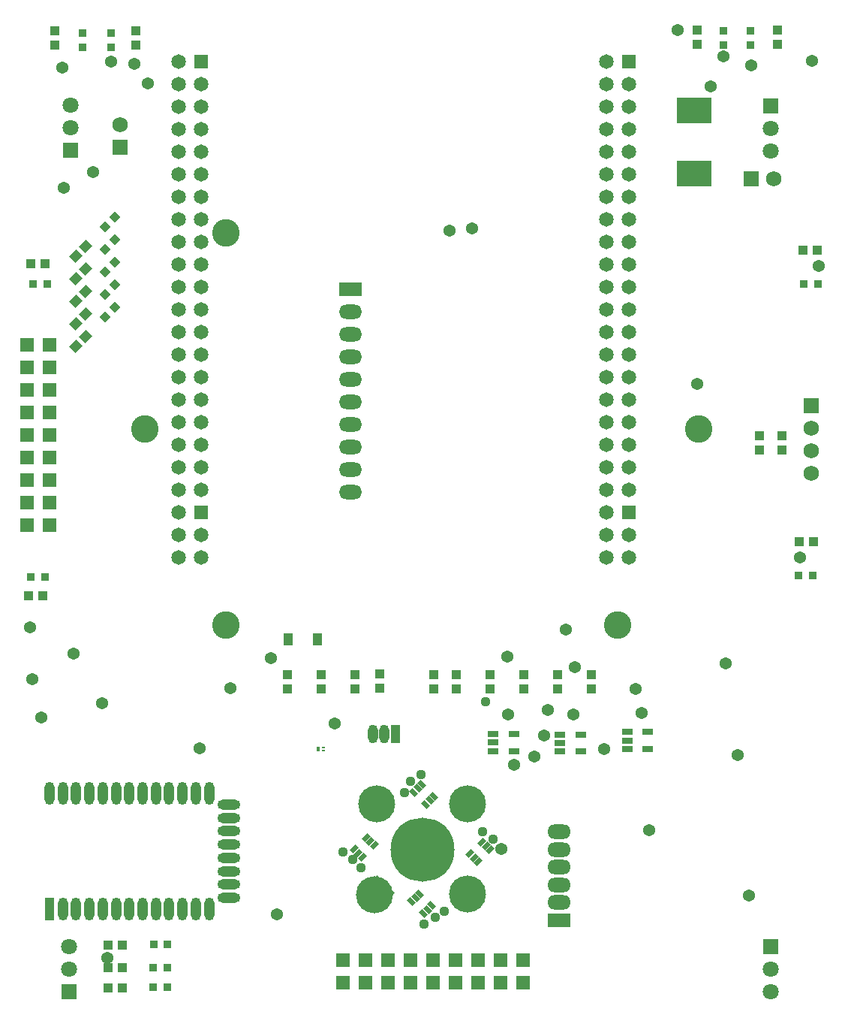
<source format=gts>
%FSLAX25Y25*%
%MOIN*%
G70*
G01*
G75*
G04 Layer_Color=8388736*
%ADD10R,0.03740X0.03937*%
%ADD11P,0.04454X4X90.0*%
G04:AMPARAMS|DCode=12|XSize=37.4mil|YSize=39.37mil|CornerRadius=0mil|HoleSize=0mil|Usage=FLASHONLY|Rotation=315.000|XOffset=0mil|YOffset=0mil|HoleType=Round|Shape=Rectangle|*
%AMROTATEDRECTD12*
4,1,4,-0.02714,-0.00070,0.00070,0.02714,0.02714,0.00070,-0.00070,-0.02714,-0.02714,-0.00070,0.0*
%
%ADD12ROTATEDRECTD12*%

%ADD13R,0.04200X0.02500*%
G04:AMPARAMS|DCode=14|XSize=106.3mil|YSize=62.99mil|CornerRadius=0mil|HoleSize=0mil|Usage=FLASHONLY|Rotation=225.000|XOffset=0mil|YOffset=0mil|HoleType=Round|Shape=Rectangle|*
%AMROTATEDRECTD14*
4,1,4,0.01531,0.05985,0.05985,0.01531,-0.01531,-0.05985,-0.05985,-0.01531,0.01531,0.05985,0.0*
%
%ADD14ROTATEDRECTD14*%

G04:AMPARAMS|DCode=15|XSize=106.3mil|YSize=62.99mil|CornerRadius=0mil|HoleSize=0mil|Usage=FLASHONLY|Rotation=315.000|XOffset=0mil|YOffset=0mil|HoleType=Round|Shape=Rectangle|*
%AMROTATEDRECTD15*
4,1,4,-0.05985,0.01531,-0.01531,0.05985,0.05985,-0.01531,0.01531,-0.05985,-0.05985,0.01531,0.0*
%
%ADD15ROTATEDRECTD15*%

G04:AMPARAMS|DCode=16|XSize=15.75mil|YSize=33.47mil|CornerRadius=0mil|HoleSize=0mil|Usage=FLASHONLY|Rotation=135.000|XOffset=0mil|YOffset=0mil|HoleType=Round|Shape=Rectangle|*
%AMROTATEDRECTD16*
4,1,4,0.01740,0.00626,-0.00626,-0.01740,-0.01740,-0.00626,0.00626,0.01740,0.01740,0.00626,0.0*
%
%ADD16ROTATEDRECTD16*%

G04:AMPARAMS|DCode=17|XSize=15.75mil|YSize=33.47mil|CornerRadius=0mil|HoleSize=0mil|Usage=FLASHONLY|Rotation=225.000|XOffset=0mil|YOffset=0mil|HoleType=Round|Shape=Rectangle|*
%AMROTATEDRECTD17*
4,1,4,-0.00626,0.01740,0.01740,-0.00626,0.00626,-0.01740,-0.01740,0.00626,-0.00626,0.01740,0.0*
%
%ADD17ROTATEDRECTD17*%

%ADD18R,0.04331X0.02559*%
%ADD19R,0.03150X0.03150*%
%ADD20O,0.03937X0.09843*%
%ADD21O,0.09843X0.03937*%
%ADD22R,0.03937X0.09843*%
%ADD23R,0.03150X0.03150*%
%ADD24R,0.03937X0.03740*%
%ADD25R,0.03602X0.04803*%
%ADD26R,0.15000X0.11000*%
%ADD27R,0.01024X0.00630*%
%ADD28R,0.01024X0.02008*%
%ADD29C,0.01500*%
%ADD30C,0.02000*%
%ADD31C,0.07500*%
%ADD32C,0.04000*%
%ADD33C,0.03000*%
%ADD34C,0.02500*%
%ADD35C,0.05000*%
%ADD36C,0.01000*%
%ADD37C,0.10000*%
%ADD38C,0.11800*%
%ADD39R,0.06496X0.06496*%
%ADD40C,0.06496*%
%ADD41O,0.10000X0.06000*%
%ADD42R,0.10000X0.05500*%
%ADD43R,0.06693X0.06693*%
%ADD44C,0.06693*%
%ADD45R,0.06496X0.06496*%
%ADD46C,0.28000*%
%ADD47R,0.04000X0.07874*%
%ADD48O,0.04000X0.07874*%
%ADD49O,0.03937X0.07874*%
%ADD50O,0.09843X0.06000*%
%ADD51R,0.09843X0.06000*%
%ADD52C,0.16000*%
%ADD53R,0.06000X0.06000*%
%ADD54R,0.06000X0.06000*%
%ADD55C,0.04000*%
%ADD56C,0.05000*%
%ADD57C,0.04500*%
%ADD58C,0.00984*%
%ADD59C,0.01181*%
%ADD60C,0.00787*%
%ADD61C,0.00700*%
%ADD62C,0.00800*%
G04:AMPARAMS|DCode=63|XSize=19.69mil|YSize=62.99mil|CornerRadius=0mil|HoleSize=0mil|Usage=FLASHONLY|Rotation=45.000|XOffset=0mil|YOffset=0mil|HoleType=Round|Shape=Rectangle|*
%AMROTATEDRECTD63*
4,1,4,0.01531,-0.02923,-0.02923,0.01531,-0.01531,0.02923,0.02923,-0.01531,0.01531,-0.02923,0.0*
%
%ADD63ROTATEDRECTD63*%

%ADD64R,0.01000X0.11000*%
%ADD65R,0.10350X0.01000*%
%ADD66R,0.03000X0.01500*%
%ADD67R,0.01500X0.03000*%
%ADD68R,0.01968X0.06299*%
%ADD69R,0.06299X0.01969*%
%ADD70R,0.02000X0.09200*%
%ADD71R,0.24700X0.02000*%
%ADD72R,0.01969X0.06299*%
%ADD73R,0.06299X0.01968*%
%ADD74R,0.04140X0.04337*%
%ADD75P,0.05020X4X90.0*%
G04:AMPARAMS|DCode=76|XSize=41.4mil|YSize=43.37mil|CornerRadius=0mil|HoleSize=0mil|Usage=FLASHONLY|Rotation=315.000|XOffset=0mil|YOffset=0mil|HoleType=Round|Shape=Rectangle|*
%AMROTATEDRECTD76*
4,1,4,-0.02997,-0.00070,0.00070,0.02997,0.02997,0.00070,-0.00070,-0.02997,-0.02997,-0.00070,0.0*
%
%ADD76ROTATEDRECTD76*%

%ADD77R,0.04600X0.02900*%
G04:AMPARAMS|DCode=78|XSize=110.3mil|YSize=66.99mil|CornerRadius=0mil|HoleSize=0mil|Usage=FLASHONLY|Rotation=225.000|XOffset=0mil|YOffset=0mil|HoleType=Round|Shape=Rectangle|*
%AMROTATEDRECTD78*
4,1,4,0.01531,0.06268,0.06268,0.01531,-0.01531,-0.06268,-0.06268,-0.01531,0.01531,0.06268,0.0*
%
%ADD78ROTATEDRECTD78*%

G04:AMPARAMS|DCode=79|XSize=110.3mil|YSize=66.99mil|CornerRadius=0mil|HoleSize=0mil|Usage=FLASHONLY|Rotation=315.000|XOffset=0mil|YOffset=0mil|HoleType=Round|Shape=Rectangle|*
%AMROTATEDRECTD79*
4,1,4,-0.06268,0.01531,-0.01531,0.06268,0.06268,-0.01531,0.01531,-0.06268,-0.06268,0.01531,0.0*
%
%ADD79ROTATEDRECTD79*%

G04:AMPARAMS|DCode=80|XSize=19.75mil|YSize=37.47mil|CornerRadius=0mil|HoleSize=0mil|Usage=FLASHONLY|Rotation=135.000|XOffset=0mil|YOffset=0mil|HoleType=Round|Shape=Rectangle|*
%AMROTATEDRECTD80*
4,1,4,0.02023,0.00626,-0.00626,-0.02023,-0.02023,-0.00626,0.00626,0.02023,0.02023,0.00626,0.0*
%
%ADD80ROTATEDRECTD80*%

G04:AMPARAMS|DCode=81|XSize=19.75mil|YSize=37.47mil|CornerRadius=0mil|HoleSize=0mil|Usage=FLASHONLY|Rotation=225.000|XOffset=0mil|YOffset=0mil|HoleType=Round|Shape=Rectangle|*
%AMROTATEDRECTD81*
4,1,4,-0.00626,0.02023,0.02023,-0.00626,0.00626,-0.02023,-0.02023,0.00626,-0.00626,0.02023,0.0*
%
%ADD81ROTATEDRECTD81*%

%ADD82R,0.04731X0.02959*%
%ADD83R,0.03550X0.03550*%
%ADD84O,0.04337X0.10243*%
%ADD85O,0.10243X0.04337*%
%ADD86R,0.04337X0.10243*%
%ADD87R,0.03550X0.03550*%
%ADD88R,0.04337X0.04140*%
%ADD89R,0.04002X0.05203*%
%ADD90R,0.15400X0.11400*%
%ADD91R,0.01424X0.01030*%
%ADD92R,0.01424X0.02408*%
%ADD93C,0.12200*%
%ADD94O,0.10400X0.06400*%
%ADD95R,0.10400X0.05900*%
%ADD96R,0.07093X0.07093*%
%ADD97C,0.07093*%
%ADD98R,0.06896X0.06896*%
%ADD99C,0.06896*%
%ADD100R,0.06896X0.06896*%
%ADD101C,0.28400*%
%ADD102R,0.04400X0.08274*%
%ADD103O,0.04400X0.08274*%
%ADD104O,0.04337X0.08274*%
%ADD105O,0.10243X0.06400*%
%ADD106R,0.10243X0.06400*%
%ADD107C,0.16400*%
%ADD108R,0.06400X0.06400*%
%ADD109R,0.06400X0.06400*%
%ADD110C,0.04400*%
%ADD111C,0.05400*%
D39*
X280000Y-225000D02*
D03*
Y-25000D02*
D03*
X90000Y-225000D02*
D03*
Y-25000D02*
D03*
D40*
X270000Y-225000D02*
D03*
X280000Y-235000D02*
D03*
X270000D02*
D03*
X280000Y-245000D02*
D03*
X270000D02*
D03*
Y-215000D02*
D03*
X280000D02*
D03*
X270000Y-205000D02*
D03*
X280000D02*
D03*
X270000Y-195000D02*
D03*
X280000D02*
D03*
X270000Y-185000D02*
D03*
X280000D02*
D03*
X270000Y-175000D02*
D03*
X280000D02*
D03*
X270000Y-165000D02*
D03*
X280000D02*
D03*
X270000Y-155000D02*
D03*
X280000D02*
D03*
X270000Y-145000D02*
D03*
X280000D02*
D03*
X270000Y-135000D02*
D03*
X280000D02*
D03*
X270000Y-125000D02*
D03*
X280000D02*
D03*
X270000Y-85000D02*
D03*
X280000D02*
D03*
X270000Y-75000D02*
D03*
X280000D02*
D03*
X270000Y-65000D02*
D03*
X280000D02*
D03*
X270000Y-55000D02*
D03*
X280000D02*
D03*
X270000Y-45000D02*
D03*
X280000D02*
D03*
X270000Y-35000D02*
D03*
X280000D02*
D03*
X270000Y-25000D02*
D03*
X280000Y-95000D02*
D03*
X270000D02*
D03*
X280000Y-105000D02*
D03*
X270000D02*
D03*
X280000Y-115000D02*
D03*
X270000D02*
D03*
X80000Y-225000D02*
D03*
X90000Y-235000D02*
D03*
X80000D02*
D03*
X90000Y-245000D02*
D03*
X80000D02*
D03*
Y-215000D02*
D03*
X90000D02*
D03*
X80000Y-205000D02*
D03*
X90000D02*
D03*
X80000Y-195000D02*
D03*
X90000D02*
D03*
X80000Y-185000D02*
D03*
X90000D02*
D03*
X80000Y-175000D02*
D03*
X90000D02*
D03*
X80000Y-165000D02*
D03*
X90000D02*
D03*
X80000Y-155000D02*
D03*
X90000D02*
D03*
X80000Y-145000D02*
D03*
X90000D02*
D03*
X80000Y-135000D02*
D03*
X90000D02*
D03*
X80000Y-125000D02*
D03*
X90000D02*
D03*
X80000Y-85000D02*
D03*
X90000D02*
D03*
X80000Y-75000D02*
D03*
X90000D02*
D03*
X80000Y-65000D02*
D03*
X90000D02*
D03*
X80000Y-55000D02*
D03*
X90000D02*
D03*
X80000Y-45000D02*
D03*
X90000D02*
D03*
X80000Y-35000D02*
D03*
X90000D02*
D03*
X80000Y-25000D02*
D03*
X90000Y-95000D02*
D03*
X80000D02*
D03*
X90000Y-105000D02*
D03*
X80000D02*
D03*
X90000Y-115000D02*
D03*
X80000D02*
D03*
D74*
X25000Y-11350D02*
D03*
Y-17650D02*
D03*
X203500Y-303150D02*
D03*
Y-296850D02*
D03*
X193279Y-303140D02*
D03*
Y-296841D02*
D03*
X248546Y-296736D02*
D03*
Y-303035D02*
D03*
X263500Y-303150D02*
D03*
Y-296850D02*
D03*
X128500Y-296850D02*
D03*
Y-303150D02*
D03*
X143500Y-303150D02*
D03*
Y-296850D02*
D03*
X233500Y-296850D02*
D03*
Y-303150D02*
D03*
X218500Y-296850D02*
D03*
Y-303150D02*
D03*
X158500Y-296850D02*
D03*
Y-303150D02*
D03*
X169254Y-302882D02*
D03*
Y-296583D02*
D03*
X61000Y-11350D02*
D03*
Y-17650D02*
D03*
X338000Y-197150D02*
D03*
Y-190850D02*
D03*
X348000Y-190850D02*
D03*
Y-197150D02*
D03*
X310500Y-10850D02*
D03*
Y-17150D02*
D03*
X346000Y-10850D02*
D03*
Y-17150D02*
D03*
D75*
X51727Y-123773D02*
D03*
X47273Y-128227D02*
D03*
X51727Y-93773D02*
D03*
X47273Y-98227D02*
D03*
X51727Y-103773D02*
D03*
X47273Y-108227D02*
D03*
X51727Y-113773D02*
D03*
X47273Y-118227D02*
D03*
X51727Y-133773D02*
D03*
X47273Y-138227D02*
D03*
D76*
X34273Y-111227D02*
D03*
X38727Y-106773D02*
D03*
X34273Y-121227D02*
D03*
X38727Y-116773D02*
D03*
X34273Y-141227D02*
D03*
X38727Y-136773D02*
D03*
X34273Y-131227D02*
D03*
X38727Y-126773D02*
D03*
X34273Y-151227D02*
D03*
X38727Y-146773D02*
D03*
D77*
X279558Y-322345D02*
D03*
Y-326045D02*
D03*
Y-329745D02*
D03*
X288258D02*
D03*
Y-322345D02*
D03*
D78*
X169819Y-355819D02*
D03*
X183181Y-369181D02*
D03*
X193319Y-379319D02*
D03*
X206681Y-392681D02*
D03*
D79*
X169819Y-392181D02*
D03*
X183181Y-378819D02*
D03*
X193319Y-369181D02*
D03*
X206681Y-355819D02*
D03*
D80*
X163335Y-369046D02*
D03*
X165145Y-370855D02*
D03*
X166954Y-372665D02*
D03*
X161665Y-377954D02*
D03*
X159855Y-376145D02*
D03*
X158046Y-374335D02*
D03*
X213165Y-379954D02*
D03*
X211355Y-378145D02*
D03*
X209546Y-376335D02*
D03*
X214835Y-371046D02*
D03*
X216645Y-372855D02*
D03*
X218454Y-374665D02*
D03*
D81*
X183546Y-397665D02*
D03*
X185355Y-395855D02*
D03*
X187165Y-394046D02*
D03*
X192454Y-399335D02*
D03*
X190645Y-401145D02*
D03*
X188835Y-402954D02*
D03*
X193454Y-350835D02*
D03*
X191645Y-352645D02*
D03*
X189835Y-354454D02*
D03*
X184546Y-349165D02*
D03*
X186355Y-347355D02*
D03*
X188165Y-345546D02*
D03*
D82*
X219776Y-323260D02*
D03*
Y-327000D02*
D03*
Y-330740D02*
D03*
X229224D02*
D03*
Y-323260D02*
D03*
X249397Y-323373D02*
D03*
Y-327113D02*
D03*
Y-330853D02*
D03*
X258846D02*
D03*
Y-323373D02*
D03*
D83*
X68850Y-427000D02*
D03*
X75150D02*
D03*
X68850Y-435500D02*
D03*
X75150D02*
D03*
X68918Y-416507D02*
D03*
X75217D02*
D03*
X361650Y-253000D02*
D03*
X355350D02*
D03*
X357850Y-123500D02*
D03*
X364150D02*
D03*
X15350D02*
D03*
X21650D02*
D03*
X14350Y-253500D02*
D03*
X20650D02*
D03*
D84*
X22744Y-349605D02*
D03*
X28650D02*
D03*
X34555D02*
D03*
X40461D02*
D03*
X46366D02*
D03*
X52272D02*
D03*
X58177D02*
D03*
X64083D02*
D03*
X69988D02*
D03*
X75894D02*
D03*
X81799D02*
D03*
X87705D02*
D03*
X93610D02*
D03*
Y-400786D02*
D03*
X87705D02*
D03*
X81799D02*
D03*
X75894D02*
D03*
X69988D02*
D03*
X64083D02*
D03*
X58177D02*
D03*
X52272D02*
D03*
X46366D02*
D03*
X40461D02*
D03*
X34555D02*
D03*
X28650D02*
D03*
D85*
X102469Y-354526D02*
D03*
Y-360431D02*
D03*
Y-366337D02*
D03*
Y-372242D02*
D03*
Y-378148D02*
D03*
Y-384053D02*
D03*
Y-389959D02*
D03*
Y-395864D02*
D03*
D86*
X22744Y-400786D02*
D03*
D87*
X50000Y-12350D02*
D03*
Y-18650D02*
D03*
X37500Y-12350D02*
D03*
Y-18650D02*
D03*
X322000Y-11350D02*
D03*
Y-17650D02*
D03*
X334000Y-11350D02*
D03*
Y-17650D02*
D03*
D88*
X55150Y-427000D02*
D03*
X48850D02*
D03*
X55011Y-416881D02*
D03*
X48712D02*
D03*
X48850Y-436000D02*
D03*
X55150D02*
D03*
X362150Y-238000D02*
D03*
X355850D02*
D03*
X357350Y-108500D02*
D03*
X363650D02*
D03*
X14350Y-114500D02*
D03*
X20650D02*
D03*
X13350Y-262000D02*
D03*
X19650D02*
D03*
D89*
X128770Y-281094D02*
D03*
X141663D02*
D03*
D90*
X309116Y-74604D02*
D03*
Y-46506D02*
D03*
D91*
X144538Y-329242D02*
D03*
Y-330621D02*
D03*
D92*
X141979Y-329931D02*
D03*
D93*
X275000Y-275000D02*
D03*
X311000Y-188000D02*
D03*
X101000Y-101000D02*
D03*
X65000Y-188000D02*
D03*
X101000Y-275000D02*
D03*
D94*
X249186Y-366531D02*
D03*
Y-374405D02*
D03*
Y-382279D02*
D03*
Y-390153D02*
D03*
Y-398027D02*
D03*
D95*
Y-405901D02*
D03*
D96*
X343000Y-44500D02*
D03*
Y-417500D02*
D03*
X31500Y-437500D02*
D03*
X32104Y-64319D02*
D03*
D97*
X343000Y-54500D02*
D03*
Y-64500D02*
D03*
Y-427500D02*
D03*
Y-437500D02*
D03*
X31500Y-427500D02*
D03*
Y-417500D02*
D03*
X32104Y-54318D02*
D03*
Y-44319D02*
D03*
D98*
X54000Y-63000D02*
D03*
X361000Y-177500D02*
D03*
D99*
X54000Y-53000D02*
D03*
X344268Y-76972D02*
D03*
X361000Y-187500D02*
D03*
Y-197500D02*
D03*
Y-207500D02*
D03*
D100*
X334268Y-76972D02*
D03*
D101*
X188500Y-374500D02*
D03*
D102*
X176321Y-323241D02*
D03*
D103*
X171320D02*
D03*
D104*
X166321D02*
D03*
D105*
X156299Y-215831D02*
D03*
Y-205831D02*
D03*
Y-195831D02*
D03*
Y-185831D02*
D03*
Y-175831D02*
D03*
Y-165831D02*
D03*
Y-155831D02*
D03*
Y-145831D02*
D03*
Y-135831D02*
D03*
D106*
Y-125831D02*
D03*
D107*
X168008Y-354287D02*
D03*
X208475Y-394367D02*
D03*
Y-354287D02*
D03*
X167233Y-394625D02*
D03*
D108*
X12889Y-230428D02*
D03*
X22889D02*
D03*
X12889Y-220428D02*
D03*
X22889D02*
D03*
X12889Y-210428D02*
D03*
X22889D02*
D03*
X12889Y-200428D02*
D03*
X22889D02*
D03*
X12889Y-190428D02*
D03*
X22889D02*
D03*
X12889Y-180428D02*
D03*
X22889D02*
D03*
X12889Y-170428D02*
D03*
X22889D02*
D03*
X12889Y-160428D02*
D03*
X22889D02*
D03*
X12889Y-150428D02*
D03*
X22889D02*
D03*
D109*
X233038Y-433565D02*
D03*
Y-423565D02*
D03*
X223038Y-433565D02*
D03*
Y-423565D02*
D03*
X213038Y-433565D02*
D03*
Y-423565D02*
D03*
X203038Y-433565D02*
D03*
Y-423565D02*
D03*
X193038Y-433565D02*
D03*
Y-423565D02*
D03*
X183038Y-433565D02*
D03*
Y-423565D02*
D03*
X173038Y-433565D02*
D03*
Y-423565D02*
D03*
X163038Y-433565D02*
D03*
Y-423565D02*
D03*
X153038Y-433565D02*
D03*
Y-423565D02*
D03*
D110*
X161102Y-382446D02*
D03*
X198000Y-402000D02*
D03*
X189189Y-407523D02*
D03*
X180488Y-349220D02*
D03*
X183099Y-344067D02*
D03*
X215159Y-366535D02*
D03*
X194066Y-404446D02*
D03*
X157281Y-378766D02*
D03*
X153198Y-375418D02*
D03*
X187765Y-341110D02*
D03*
X216500Y-309000D02*
D03*
X219635Y-369746D02*
D03*
D111*
X301872Y-10999D02*
D03*
X333494Y-394737D02*
D03*
X123750Y-403085D02*
D03*
X238230Y-333281D02*
D03*
X269095Y-329951D02*
D03*
X223280Y-374125D02*
D03*
X226500Y-314500D02*
D03*
X255500D02*
D03*
X285821Y-313875D02*
D03*
X244146Y-312404D02*
D03*
X149452Y-318606D02*
D03*
X283221Y-303128D02*
D03*
X121000Y-289500D02*
D03*
X289000Y-366000D02*
D03*
X48500Y-422500D02*
D03*
X226000Y-289000D02*
D03*
X252000Y-277000D02*
D03*
X328500Y-332500D02*
D03*
X323000Y-292000D02*
D03*
X356000Y-245000D02*
D03*
X364500Y-115500D02*
D03*
X310500Y-168000D02*
D03*
X322000Y-22500D02*
D03*
X334500Y-26500D02*
D03*
X361500Y-24500D02*
D03*
X50000Y-25000D02*
D03*
X28500Y-27500D02*
D03*
X66500Y-34500D02*
D03*
X60500Y-26000D02*
D03*
X316500Y-36000D02*
D03*
X210500Y-99000D02*
D03*
X200500Y-100000D02*
D03*
X46000Y-309500D02*
D03*
X19000Y-316000D02*
D03*
X15000Y-299000D02*
D03*
X89500Y-329500D02*
D03*
X14000Y-276000D02*
D03*
X33500Y-287500D02*
D03*
X103000Y-303000D02*
D03*
X29000Y-81000D02*
D03*
X42000Y-74000D02*
D03*
X229000Y-337000D02*
D03*
X256000Y-293500D02*
D03*
X242500Y-324000D02*
D03*
M02*

</source>
